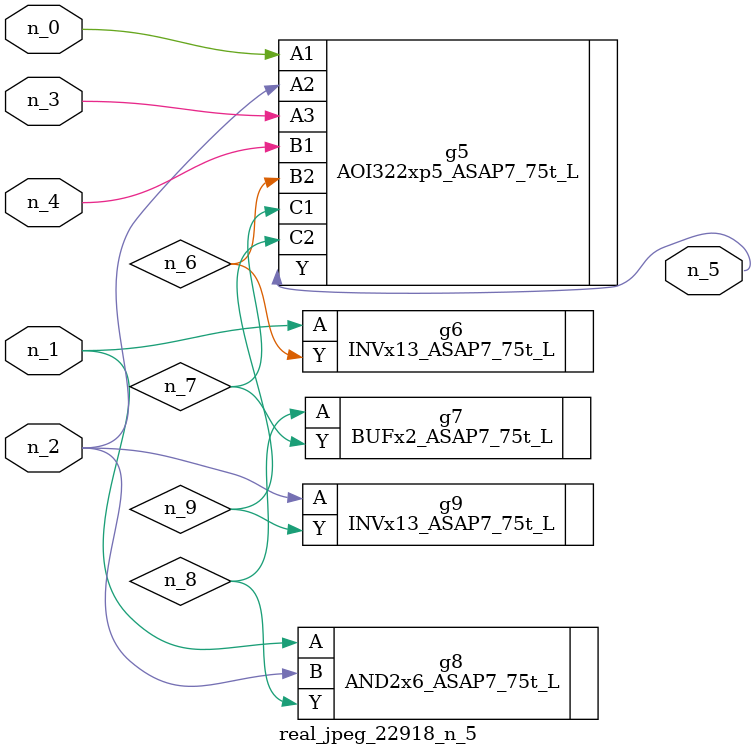
<source format=v>
module real_jpeg_22918_n_5 (n_4, n_0, n_1, n_2, n_3, n_5);

input n_4;
input n_0;
input n_1;
input n_2;
input n_3;

output n_5;

wire n_8;
wire n_6;
wire n_7;
wire n_9;

AOI322xp5_ASAP7_75t_L g5 ( 
.A1(n_0),
.A2(n_2),
.A3(n_3),
.B1(n_4),
.B2(n_6),
.C1(n_7),
.C2(n_9),
.Y(n_5)
);

INVx13_ASAP7_75t_L g6 ( 
.A(n_1),
.Y(n_6)
);

AND2x6_ASAP7_75t_L g8 ( 
.A(n_1),
.B(n_2),
.Y(n_8)
);

INVx13_ASAP7_75t_L g9 ( 
.A(n_2),
.Y(n_9)
);

BUFx2_ASAP7_75t_L g7 ( 
.A(n_8),
.Y(n_7)
);


endmodule
</source>
